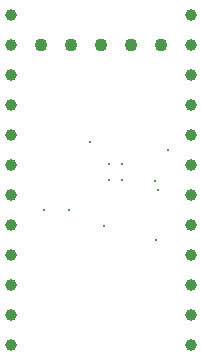
<source format=gbr>
%TF.GenerationSoftware,KiCad,Pcbnew,5.1.5+dfsg1-2~bpo10+1*%
%TF.CreationDate,Date%
%TF.ProjectId,ProMicro_ZPM,50726f4d-6963-4726-9f5f-5a504d2e6b69,v1.0*%
%TF.SameCoordinates,Original*%
%TF.FileFunction,Plated,1,2,PTH,Drill*%
%TF.FilePolarity,Positive*%
%FSLAX46Y46*%
G04 Gerber Fmt 4.6, Leading zero omitted, Abs format (unit mm)*
G04 Created by KiCad*
%MOMM*%
%LPD*%
G04 APERTURE LIST*
%TA.AperFunction,ViaDrill*%
%ADD10C,0.200000*%
%TD*%
%TA.AperFunction,ComponentDrill*%
%ADD11C,0.200000*%
%TD*%
%TA.AperFunction,ViaDrill*%
%ADD12C,0.300000*%
%TD*%
%TA.AperFunction,ComponentDrill*%
%ADD13C,1.000000*%
%TD*%
%TA.AperFunction,ComponentDrill*%
%ADD14C,1.100000*%
%TD*%
G04 APERTURE END LIST*
D10*
X2794000Y11430000D03*
X4953000Y11430000D03*
X7899500Y10007500D03*
X12192000Y13843000D03*
X12319000Y8890000D03*
X12446000Y13081000D03*
X13335000Y16510000D03*
D11*
%TO.C,U1*%
X8340000Y15255000D03*
X8340000Y13955000D03*
X9440000Y15255000D03*
X9440000Y13955000D03*
%TD*%
D12*
X6731000Y17145000D03*
D13*
%TO.C,A1*%
X0Y27940000D03*
X0Y25400000D03*
X0Y22860000D03*
X0Y20320000D03*
X0Y17780000D03*
X0Y15240000D03*
X0Y12700000D03*
X0Y10160000D03*
X0Y7620000D03*
X0Y5080000D03*
X0Y2540000D03*
X0Y0D03*
X15240000Y27940000D03*
X15240000Y25400000D03*
X15240000Y22860000D03*
X15240000Y20320000D03*
X15240000Y17780000D03*
X15240000Y15240000D03*
X15240000Y12700000D03*
X15240000Y10160000D03*
X15240000Y7620000D03*
X15240000Y5080000D03*
X15240000Y2540000D03*
X15240000Y0D03*
D14*
%TO.C,J1*%
X2540000Y25400000D03*
X5080000Y25400000D03*
X7620000Y25400000D03*
X10160000Y25400000D03*
X12700000Y25400000D03*
M02*

</source>
